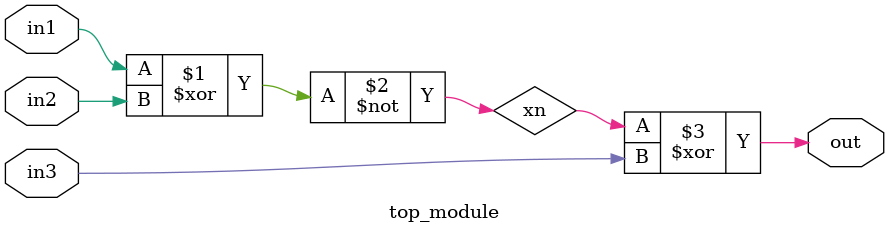
<source format=sv>
module top_module (
	input in1,
	input in2,
	input in3,
	output logic out
);
    logic xn;

    // XNOR Gate
    assign xn = ~(in1 ^ in2);

    // XOR Gate
    assign out = xn ^ in3;

endmodule

</source>
